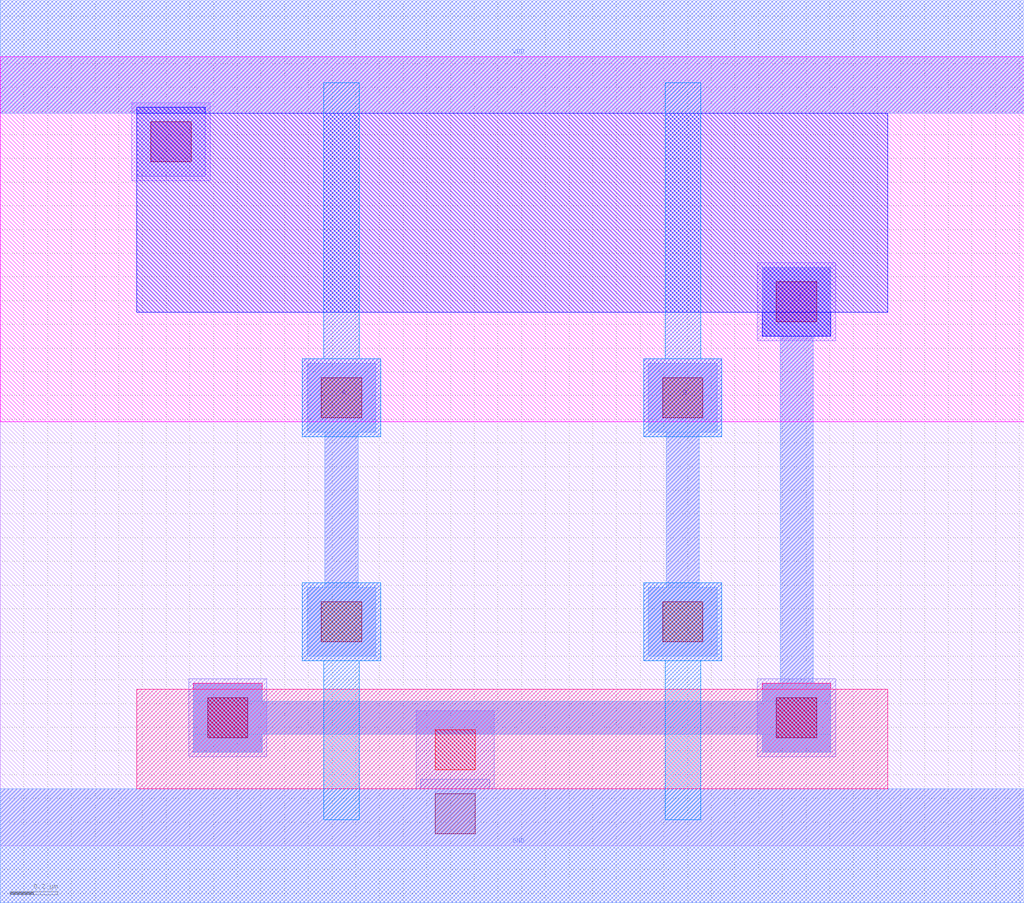
<source format=lef>
MACRO NOR2X1
 CLASS CORE ;
 FOREIGN NOR2X1 0 0 ;
 ORIGIN 0 0 ;
 SYMMETRY X Y R90 ;
 SITE UNIT ;
  PIN VDD
   DIRECTION INOUT ;
   USE SIGNAL ;
   SHAPE ABUTMENT ;
    PORT
     CLASS CORE ;
       LAYER metal2 ;
        RECT 0.00000000 3.09000000 4.32000000 3.57000000 ;
    END
  END VDD

  PIN GND
   DIRECTION INOUT ;
   USE SIGNAL ;
   SHAPE ABUTMENT ;
    PORT
     CLASS CORE ;
       LAYER metal2 ;
        RECT 0.00000000 -0.24000000 4.32000000 0.24000000 ;
    END
  END GND

  PIN Y
   DIRECTION INOUT ;
   USE SIGNAL ;
   SHAPE ABUTMENT ;
    PORT
     CLASS CORE ;
       LAYER metal2 ;
        RECT 0.81500000 0.39500000 1.10500000 0.47000000 ;
        RECT 3.21500000 0.39500000 3.50500000 0.47000000 ;
        RECT 0.81500000 0.47000000 3.50500000 0.61000000 ;
        RECT 0.81500000 0.61000000 1.10500000 0.68500000 ;
        RECT 3.21500000 0.61000000 3.50500000 0.68500000 ;
        RECT 3.29000000 0.68500000 3.43000000 2.15000000 ;
        RECT 3.21500000 2.15000000 3.50500000 2.44000000 ;
    END
  END Y

  PIN B
   DIRECTION INOUT ;
   USE SIGNAL ;
   SHAPE ABUTMENT ;
    PORT
     CLASS CORE ;
       LAYER metal2 ;
        RECT 2.73500000 0.80000000 3.02500000 1.09000000 ;
        RECT 2.81000000 1.09000000 2.95000000 1.74500000 ;
        RECT 2.73500000 1.74500000 3.02500000 2.03500000 ;
    END
  END B

  PIN A
   DIRECTION INOUT ;
   USE SIGNAL ;
   SHAPE ABUTMENT ;
    PORT
     CLASS CORE ;
       LAYER metal2 ;
        RECT 1.29500000 0.80000000 1.58500000 1.09000000 ;
        RECT 1.37000000 1.09000000 1.51000000 1.74500000 ;
        RECT 1.29500000 1.74500000 1.58500000 2.03500000 ;
    END
  END A

  OBS
   LAYER abutment_box ;
    RECT 0.00000000 0.00000000 4.32000000 3.33000000 ;
  END

  OBS
   LAYER metal1 ;
    RECT 1.83500000 0.05000000 2.00500000 0.24000000 ;
    RECT 1.75500000 0.24000000 2.08500000 0.57000000 ;
    RECT 0.79500000 0.37500000 1.12500000 0.70500000 ;
    RECT 3.19500000 0.37500000 3.52500000 0.70500000 ;
    RECT 1.27500000 0.78000000 1.60500000 1.11000000 ;
    RECT 2.71500000 0.78000000 3.04500000 1.11000000 ;
    RECT 1.27500000 1.72500000 1.60500000 2.05500000 ;
    RECT 2.71500000 1.72500000 3.04500000 2.05500000 ;
    RECT 3.19500000 2.13000000 3.52500000 2.46000000 ;
    RECT 0.55500000 2.80500000 0.88500000 3.13500000 ;
  END

  OBS
   LAYER metal1_label ;

  END

  OBS
   LAYER metal1_pin ;

  END

  OBS
   LAYER metal2 ;
    RECT 0.00000000 -0.24000000 4.32000000 0.24000000 ;
    RECT 1.77500000 0.24000000 2.06500000 0.28000000 ;
    RECT 1.29500000 0.80000000 1.58500000 1.09000000 ;
    RECT 1.37000000 1.09000000 1.51000000 1.74500000 ;
    RECT 1.29500000 1.74500000 1.58500000 2.03500000 ;
    RECT 2.73500000 0.80000000 3.02500000 1.09000000 ;
    RECT 2.81000000 1.09000000 2.95000000 1.74500000 ;
    RECT 2.73500000 1.74500000 3.02500000 2.03500000 ;
    RECT 0.81500000 0.39500000 1.10500000 0.47000000 ;
    RECT 3.21500000 0.39500000 3.50500000 0.47000000 ;
    RECT 0.81500000 0.47000000 3.50500000 0.61000000 ;
    RECT 0.81500000 0.61000000 1.10500000 0.68500000 ;
    RECT 3.21500000 0.61000000 3.50500000 0.68500000 ;
    RECT 3.29000000 0.68500000 3.43000000 2.15000000 ;
    RECT 3.21500000 2.15000000 3.50500000 2.44000000 ;
    RECT 0.57500000 2.82500000 0.86500000 3.09000000 ;
    RECT 0.00000000 3.09000000 4.32000000 3.57000000 ;
  END

  OBS
   LAYER metal2_label ;

  END

  OBS
   LAYER metal2_pin ;
    RECT 0.00000000 -0.24000000 4.32000000 0.24000000 ;
    RECT 1.29500000 0.80000000 1.58500000 1.09000000 ;
    RECT 1.37000000 1.09000000 1.51000000 1.74500000 ;
    RECT 1.29500000 1.74500000 1.58500000 2.03500000 ;
    RECT 2.73500000 0.80000000 3.02500000 1.09000000 ;
    RECT 2.81000000 1.09000000 2.95000000 1.74500000 ;
    RECT 2.73500000 1.74500000 3.02500000 2.03500000 ;
    RECT 0.81500000 0.39500000 1.10500000 0.47000000 ;
    RECT 3.21500000 0.39500000 3.50500000 0.47000000 ;
    RECT 0.81500000 0.47000000 3.50500000 0.61000000 ;
    RECT 0.81500000 0.61000000 1.10500000 0.68500000 ;
    RECT 3.21500000 0.61000000 3.50500000 0.68500000 ;
    RECT 3.29000000 0.68500000 3.43000000 2.15000000 ;
    RECT 3.21500000 2.15000000 3.50500000 2.44000000 ;
    RECT 0.00000000 3.09000000 4.32000000 3.57000000 ;
  END

  OBS
   LAYER ndiff_contact ;
    RECT 1.83500000 0.32000000 2.00500000 0.49000000 ;
    RECT 0.87500000 0.45500000 1.04500000 0.62500000 ;
    RECT 3.27500000 0.45500000 3.44500000 0.62500000 ;
  END

  OBS
   LAYER ndiffusion ;
    RECT 0.57500000 0.24000000 3.74500000 0.66000000 ;
    RECT 0.81500000 0.66000000 1.10500000 0.68500000 ;
    RECT 3.21500000 0.66000000 3.50500000 0.68500000 ;
  END

  OBS
   LAYER nplus ;

  END

  OBS
   LAYER nwell ;
    RECT 0.00000000 1.79000000 4.32000000 3.33000000 ;
  END

  OBS
   LAYER pdiff_contact ;
    RECT 3.27500000 2.21000000 3.44500000 2.38000000 ;
    RECT 0.63500000 2.88500000 0.80500000 3.05500000 ;
  END

  OBS
   LAYER pdiffusion ;
    RECT 3.21500000 2.15000000 3.50500000 2.25000000 ;
    RECT 0.57500000 2.25000000 3.74500000 3.09000000 ;
    RECT 0.57500000 3.09000000 0.86500000 3.11500000 ;
  END

  OBS
   LAYER poly ;
    RECT 1.36500000 0.11000000 1.51500000 0.78000000 ;
    RECT 1.27500000 0.78000000 1.60500000 1.11000000 ;
    RECT 2.80500000 0.11000000 2.95500000 0.78000000 ;
    RECT 2.71500000 0.78000000 3.04500000 1.11000000 ;
    RECT 1.27500000 1.72500000 1.60500000 2.05500000 ;
    RECT 1.36500000 2.05500000 1.51500000 3.22000000 ;
    RECT 2.71500000 1.72500000 3.04500000 2.05500000 ;
    RECT 2.80500000 2.05500000 2.95500000 3.22000000 ;
  END

  OBS
   LAYER poly_contact ;
    RECT 1.35500000 0.86000000 1.52500000 1.03000000 ;
    RECT 2.79500000 0.86000000 2.96500000 1.03000000 ;
    RECT 1.35500000 1.80500000 1.52500000 1.97500000 ;
    RECT 2.79500000 1.80500000 2.96500000 1.97500000 ;
  END

  OBS
   LAYER pplus ;

  END

  OBS
   LAYER via1 ;
    RECT 1.83500000 0.05000000 2.00500000 0.22000000 ;
    RECT 0.87500000 0.45500000 1.04500000 0.62500000 ;
    RECT 3.27500000 0.45500000 3.44500000 0.62500000 ;
    RECT 1.35500000 0.86000000 1.52500000 1.03000000 ;
    RECT 2.79500000 0.86000000 2.96500000 1.03000000 ;
    RECT 1.35500000 1.80500000 1.52500000 1.97500000 ;
    RECT 2.79500000 1.80500000 2.96500000 1.97500000 ;
    RECT 3.27500000 2.21000000 3.44500000 2.38000000 ;
    RECT 0.63500000 2.88500000 0.80500000 3.05500000 ;
  END

END NOR2X1

</source>
